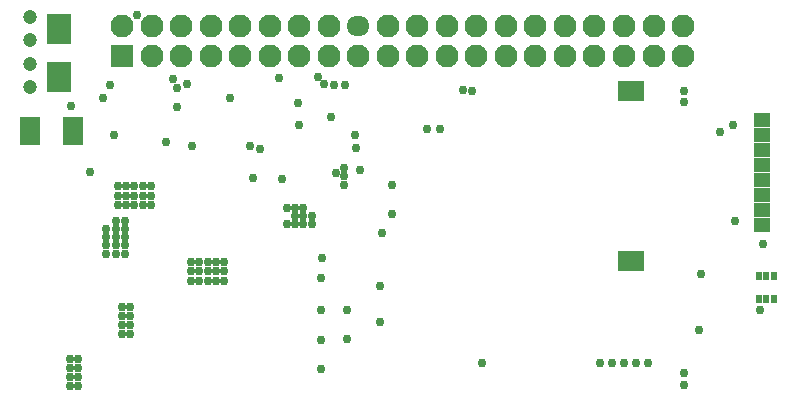
<source format=gbs>
G04 Layer_Color=16711935*
%FSLAX43Y43*%
%MOMM*%
G71*
G01*
G75*
%ADD85C,1.203*%
%ADD86C,1.953*%
%ADD87O,1.953X1.703*%
%ADD88R,1.953X1.953*%
%ADD89C,0.753*%
%ADD90R,0.603X0.703*%
%ADD91R,1.403X1.203*%
%ADD92R,2.203X1.703*%
%ADD93R,2.003X2.603*%
%ADD94R,1.803X2.383*%
D85*
X975Y32075D02*
D03*
Y30075D02*
D03*
Y28075D02*
D03*
Y26075D02*
D03*
D86*
X56250Y31250D02*
D03*
Y28750D02*
D03*
X53750Y31250D02*
D03*
Y28750D02*
D03*
X51250Y31250D02*
D03*
Y28750D02*
D03*
X48750Y31250D02*
D03*
Y28750D02*
D03*
X46250Y31250D02*
D03*
Y28750D02*
D03*
X43750Y31250D02*
D03*
Y28750D02*
D03*
X41250Y31250D02*
D03*
Y28750D02*
D03*
X38750Y31250D02*
D03*
Y28750D02*
D03*
X36250Y31250D02*
D03*
Y28750D02*
D03*
X33750Y31250D02*
D03*
Y28750D02*
D03*
X31250Y31250D02*
D03*
Y28750D02*
D03*
X28750D02*
D03*
X26250Y31250D02*
D03*
Y28750D02*
D03*
X23750Y31250D02*
D03*
Y28750D02*
D03*
X21250Y31250D02*
D03*
Y28750D02*
D03*
X18750Y31250D02*
D03*
Y28750D02*
D03*
X16250Y31250D02*
D03*
Y28750D02*
D03*
X13750Y31250D02*
D03*
Y28750D02*
D03*
X11250Y31250D02*
D03*
Y28750D02*
D03*
X8750Y31250D02*
D03*
D87*
X28750D02*
D03*
D88*
X8750Y28750D02*
D03*
D89*
X12500Y21500D02*
D03*
X9025Y12000D02*
D03*
Y12700D02*
D03*
Y13400D02*
D03*
Y14100D02*
D03*
X8225D02*
D03*
Y13400D02*
D03*
Y12700D02*
D03*
Y12000D02*
D03*
X7425D02*
D03*
Y12700D02*
D03*
Y13400D02*
D03*
Y14100D02*
D03*
X11200Y17700D02*
D03*
Y16900D02*
D03*
X10500Y16100D02*
D03*
X11200D02*
D03*
X9800D02*
D03*
X10500Y16900D02*
D03*
Y17700D02*
D03*
X9800D02*
D03*
X4400Y24475D02*
D03*
X9025Y14800D02*
D03*
X8225D02*
D03*
X17400Y11300D02*
D03*
X16700D02*
D03*
X16000D02*
D03*
X15300D02*
D03*
X14600D02*
D03*
Y10500D02*
D03*
X15300D02*
D03*
X16000D02*
D03*
X16700D02*
D03*
X17400D02*
D03*
Y9700D02*
D03*
X16700D02*
D03*
X16000D02*
D03*
X15300D02*
D03*
X14600D02*
D03*
X10000Y32200D02*
D03*
X13100Y26800D02*
D03*
X9100Y17700D02*
D03*
X8400D02*
D03*
Y16900D02*
D03*
X9100D02*
D03*
X9800D02*
D03*
X9100Y16100D02*
D03*
X8400D02*
D03*
X22700Y14500D02*
D03*
X23400D02*
D03*
X24100D02*
D03*
X24800D02*
D03*
Y15200D02*
D03*
X24100D02*
D03*
X23400D02*
D03*
X22700Y15900D02*
D03*
X23400D02*
D03*
X24100D02*
D03*
X4350Y800D02*
D03*
X26875Y18800D02*
D03*
X27550Y19250D02*
D03*
Y18575D02*
D03*
Y17850D02*
D03*
X5000Y3125D02*
D03*
Y2350D02*
D03*
Y1600D02*
D03*
Y800D02*
D03*
X34600Y22600D02*
D03*
X35700D02*
D03*
X27800Y7200D02*
D03*
Y4800D02*
D03*
X30600Y6200D02*
D03*
X51250Y2750D02*
D03*
X52250Y2775D02*
D03*
X53250D02*
D03*
X50250D02*
D03*
X63025Y12825D02*
D03*
X25600Y2275D02*
D03*
X25601Y4725D02*
D03*
Y7225D02*
D03*
X25601Y9925D02*
D03*
X31600Y15325D02*
D03*
X31625Y17800D02*
D03*
X28925Y19050D02*
D03*
X30600Y9300D02*
D03*
X28500Y22025D02*
D03*
X28525Y20950D02*
D03*
X56300Y25800D02*
D03*
Y24850D02*
D03*
X59375Y22300D02*
D03*
X60500Y22875D02*
D03*
X56325Y1900D02*
D03*
X56300Y900D02*
D03*
X49250Y2750D02*
D03*
X39250D02*
D03*
X22050Y26850D02*
D03*
X17850Y25175D02*
D03*
X6025Y18926D02*
D03*
X8100Y22026D02*
D03*
X25675Y11649D02*
D03*
X4350Y1600D02*
D03*
Y2350D02*
D03*
Y3125D02*
D03*
X22300Y18300D02*
D03*
X27600Y26300D02*
D03*
X26700D02*
D03*
X23675Y24775D02*
D03*
X60675Y14800D02*
D03*
X38400Y25800D02*
D03*
X57575Y5575D02*
D03*
X57775Y10300D02*
D03*
X8775Y7495D02*
D03*
X9425D02*
D03*
X8775Y6720D02*
D03*
Y5970D02*
D03*
Y5170D02*
D03*
X9425D02*
D03*
Y5970D02*
D03*
Y6720D02*
D03*
X7729Y26275D02*
D03*
X26475Y23575D02*
D03*
X25825Y26350D02*
D03*
X25325Y26925D02*
D03*
X13376Y26001D02*
D03*
Y24451D02*
D03*
X19550Y21150D02*
D03*
X19800Y18375D02*
D03*
X20400Y20850D02*
D03*
X14700Y21100D02*
D03*
X62725Y7275D02*
D03*
X30775Y13725D02*
D03*
X7175Y25151D02*
D03*
X14235Y26365D02*
D03*
X37625Y25825D02*
D03*
X23700Y22900D02*
D03*
D90*
X63950Y8175D02*
D03*
X63300D02*
D03*
X62650D02*
D03*
Y10075D02*
D03*
X63300D02*
D03*
X63950D02*
D03*
D91*
X62975Y23315D02*
D03*
Y22045D02*
D03*
Y20775D02*
D03*
Y19505D02*
D03*
Y18235D02*
D03*
Y16965D02*
D03*
Y15695D02*
D03*
Y14425D02*
D03*
D92*
X51800Y25790D02*
D03*
Y11390D02*
D03*
D93*
X3375Y31025D02*
D03*
Y26925D02*
D03*
D94*
X925Y22375D02*
D03*
X4625D02*
D03*
M02*

</source>
